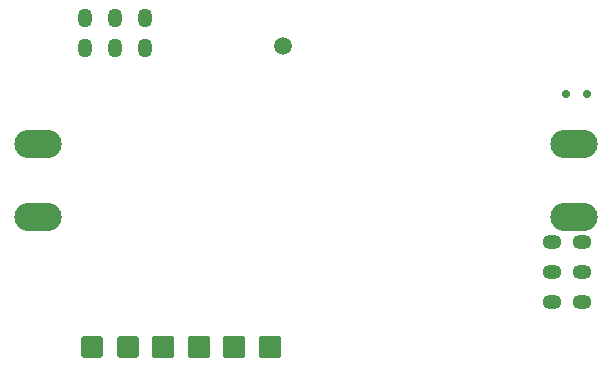
<source format=gbr>
%TF.GenerationSoftware,Altium Limited,Altium Designer,20.1.8 (145)*%
G04 Layer_Color=255*
%FSLAX45Y45*%
%MOMM*%
%TF.SameCoordinates,7C767931-0862-4B48-A7A2-9337087A75ED*%
%TF.FilePolarity,Positive*%
%TF.FileFunction,Pads,Bot*%
%TF.Part,Single*%
G01*
G75*
%TA.AperFunction,ViaPad*%
%ADD31O,4.00000X2.40000*%
%TA.AperFunction,ComponentPad*%
%ADD32O,1.60000X1.25000*%
%ADD33O,1.25000X1.60000*%
%ADD34C,0.70000*%
G04:AMPARAMS|DCode=35|XSize=1.8mm|YSize=1.8mm|CornerRadius=0.09mm|HoleSize=0mm|Usage=FLASHONLY|Rotation=0.000|XOffset=0mm|YOffset=0mm|HoleType=Round|Shape=RoundedRectangle|*
%AMROUNDEDRECTD35*
21,1,1.80000,1.62000,0,0,0.0*
21,1,1.62000,1.80000,0,0,0.0*
1,1,0.18000,0.81000,-0.81000*
1,1,0.18000,-0.81000,-0.81000*
1,1,0.18000,-0.81000,0.81000*
1,1,0.18000,0.81000,0.81000*
%
%ADD35ROUNDEDRECTD35*%
G04:AMPARAMS|DCode=36|XSize=1.8mm|YSize=1.8mm|CornerRadius=0.18mm|HoleSize=0mm|Usage=FLASHONLY|Rotation=180.000|XOffset=0mm|YOffset=0mm|HoleType=Round|Shape=RoundedRectangle|*
%AMROUNDEDRECTD36*
21,1,1.80000,1.44000,0,0,180.0*
21,1,1.44000,1.80000,0,0,180.0*
1,1,0.36000,-0.72000,0.72000*
1,1,0.36000,0.72000,0.72000*
1,1,0.36000,0.72000,-0.72000*
1,1,0.36000,-0.72000,-0.72000*
%
%ADD36ROUNDEDRECTD36*%
%TA.AperFunction,ViaPad*%
%ADD37C,0.70000*%
%TA.AperFunction,TestPad*%
%ADD40C,1.50000*%
D31*
X232500Y1345042D02*
D03*
X4767500D02*
D03*
Y1955020D02*
D03*
X232500D02*
D03*
D32*
X4580860Y1125020D02*
D03*
Y871020D02*
D03*
Y617020D02*
D03*
X4834860D02*
D03*
Y871020D02*
D03*
Y1125020D02*
D03*
D33*
X1135263Y2774187D02*
D03*
X881263D02*
D03*
X627263D02*
D03*
Y3028187D02*
D03*
X881263D02*
D03*
X1135263D02*
D03*
D34*
X4880016Y2380000D02*
D03*
X4700016D02*
D03*
D35*
X2190834Y241300D02*
D03*
X1290834D02*
D03*
X1590834D02*
D03*
X1890834D02*
D03*
D36*
X690880D02*
D03*
X990880D02*
D03*
D37*
X2310171Y2782808D02*
D03*
D40*
X2307631Y2785348D02*
D03*
%TF.MD5,0f2e285455d5b60635ad188a6932e8df*%
M02*

</source>
